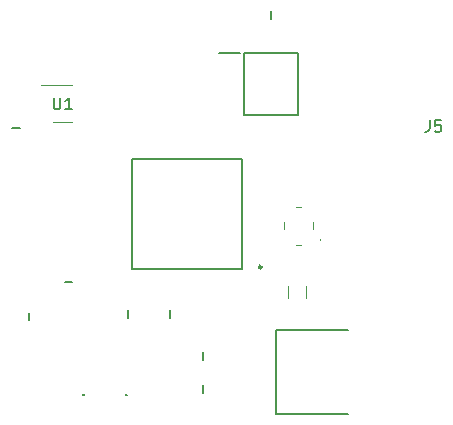
<source format=gbr>
%TF.GenerationSoftware,KiCad,Pcbnew,(6.0.6)*%
%TF.CreationDate,2024-09-09T22:51:05-04:00*%
%TF.ProjectId,ta-expt-v2,74612d65-7870-4742-9d76-322e6b696361,rev?*%
%TF.SameCoordinates,Original*%
%TF.FileFunction,Legend,Top*%
%TF.FilePolarity,Positive*%
%FSLAX46Y46*%
G04 Gerber Fmt 4.6, Leading zero omitted, Abs format (unit mm)*
G04 Created by KiCad (PCBNEW (6.0.6)) date 2024-09-09 22:51:05*
%MOMM*%
%LPD*%
G01*
G04 APERTURE LIST*
%ADD10C,0.150000*%
%ADD11C,0.200000*%
%ADD12C,0.100000*%
%ADD13C,0.120000*%
%ADD14C,0.250000*%
G04 APERTURE END LIST*
D10*
%TO.C,U1*%
X141884495Y-98359980D02*
X141884495Y-99169504D01*
X141932114Y-99264742D01*
X141979733Y-99312361D01*
X142074971Y-99359980D01*
X142265447Y-99359980D01*
X142360685Y-99312361D01*
X142408304Y-99264742D01*
X142455923Y-99169504D01*
X142455923Y-98359980D01*
X143455923Y-99359980D02*
X142884495Y-99359980D01*
X143170209Y-99359980D02*
X143170209Y-98359980D01*
X143074971Y-98502838D01*
X142979733Y-98598076D01*
X142884495Y-98645695D01*
%TO.C,J5*%
X173716666Y-100252380D02*
X173716666Y-100966666D01*
X173669047Y-101109523D01*
X173573809Y-101204761D01*
X173430952Y-101252380D01*
X173335714Y-101252380D01*
X174669047Y-100252380D02*
X174192857Y-100252380D01*
X174145238Y-100728571D01*
X174192857Y-100680952D01*
X174288095Y-100633333D01*
X174526190Y-100633333D01*
X174621428Y-100680952D01*
X174669047Y-100728571D01*
X174716666Y-100823809D01*
X174716666Y-101061904D01*
X174669047Y-101157142D01*
X174621428Y-101204761D01*
X174526190Y-101252380D01*
X174288095Y-101252380D01*
X174192857Y-101204761D01*
X174145238Y-101157142D01*
D11*
%TO.C,FB1*%
X139801600Y-116590800D02*
X139801600Y-117190800D01*
%TO.C,LED1*%
X144375200Y-123516800D02*
X144375200Y-123516800D01*
X144475200Y-123516800D02*
X144475200Y-123516800D01*
X144475200Y-123516800D02*
X144475200Y-123516800D01*
X144475200Y-123516800D02*
G75*
G03*
X144375200Y-123516800I-50000J0D01*
G01*
X144475200Y-123516800D02*
G75*
G03*
X144375200Y-123516800I-50000J0D01*
G01*
X144375200Y-123516800D02*
G75*
G03*
X144475200Y-123516800I50000J0D01*
G01*
D12*
%TO.C,Y2*%
X163259200Y-115308000D02*
X163259200Y-114308000D01*
X161759200Y-115308000D02*
X161759200Y-114308000D01*
%TO.C,Y1*%
X161360800Y-109520000D02*
X161360800Y-108920000D01*
X162410800Y-107620000D02*
X162810800Y-107620000D01*
X164410800Y-110420000D02*
X164410800Y-110420000D01*
X162410800Y-110820000D02*
X162810800Y-110820000D01*
X164410800Y-110320000D02*
X164410800Y-110320000D01*
X163860800Y-109520000D02*
X163860800Y-108920000D01*
X164410800Y-110320000D02*
G75*
G03*
X164410800Y-110420000I0J-50000D01*
G01*
X164410800Y-110420000D02*
G75*
G03*
X164410800Y-110320000I0J50000D01*
G01*
D13*
%TO.C,U1*%
X142646400Y-97296800D02*
X140846400Y-97296800D01*
X142646400Y-97296800D02*
X143446400Y-97296800D01*
X142646400Y-100416800D02*
X143446400Y-100416800D01*
X142646400Y-100416800D02*
X141846400Y-100416800D01*
D11*
%TO.C,R7*%
X142829400Y-113944400D02*
X143479400Y-113944400D01*
%TO.C,IC1*%
X157812000Y-103554000D02*
X157812000Y-112854000D01*
X157812000Y-112854000D02*
X148512000Y-112854000D01*
X148512000Y-103554000D02*
X157812000Y-103554000D01*
X148512000Y-112854000D02*
X148512000Y-103554000D01*
D14*
X159512000Y-112704000D02*
G75*
G03*
X159512000Y-112704000I-125000J0D01*
G01*
D11*
%TO.C,R3*%
X154546400Y-119918600D02*
X154546400Y-120568600D01*
%TO.C,R2*%
X151752400Y-117012600D02*
X151752400Y-116362600D01*
%TO.C,R1*%
X148145600Y-117012600D02*
X148145600Y-116362600D01*
%TO.C,IC2*%
X162614800Y-99820400D02*
X158034800Y-99820400D01*
X158034800Y-99820400D02*
X158034800Y-94540400D01*
X155899800Y-94600400D02*
X157684800Y-94600400D01*
X162614800Y-94540400D02*
X162614800Y-99820400D01*
X158034800Y-94540400D02*
X162614800Y-94540400D01*
%TO.C,LED2*%
X148082000Y-123516800D02*
X148082000Y-123516800D01*
X148082000Y-123516800D02*
X148082000Y-123516800D01*
X147982000Y-123516800D02*
X147982000Y-123516800D01*
X148082000Y-123516800D02*
G75*
G03*
X147982000Y-123516800I-50000J0D01*
G01*
X147982000Y-123516800D02*
G75*
G03*
X148082000Y-123516800I50000J0D01*
G01*
X148082000Y-123516800D02*
G75*
G03*
X147982000Y-123516800I-50000J0D01*
G01*
%TO.C,C15*%
X160690400Y-125114400D02*
X166790400Y-125114400D01*
X160690400Y-118014400D02*
X160690400Y-125114400D01*
X166790400Y-118014400D02*
X160690400Y-118014400D01*
%TO.C,R5*%
X160286800Y-91663400D02*
X160286800Y-91013400D01*
%TO.C,R4*%
X154546400Y-123362600D02*
X154546400Y-122712600D01*
%TO.C,R6*%
X139009000Y-100888800D02*
X138359000Y-100888800D01*
%TD*%
M02*

</source>
